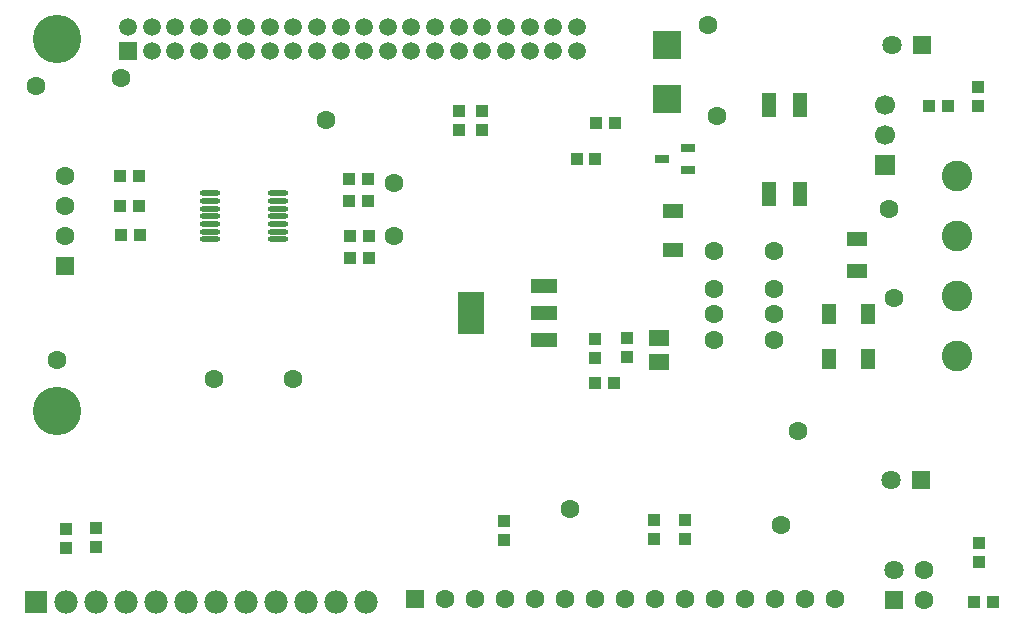
<source format=gts>
%FSTAX24Y24*%
%MOMM*%
%SFA1B1*%

%IPPOS*%
%ADD49R,2.299995X1.299997*%
%ADD50R,2.299995X3.599993*%
%ADD51R,1.799996X1.199998*%
%ADD52R,1.099998X1.049998*%
%ADD53R,1.049998X1.099998*%
%ADD54R,1.249998X0.699999*%
%ADD55O,1.799996X0.449999*%
%ADD56R,1.699997X1.369997*%
%ADD57R,1.749997X1.199998*%
%ADD58R,1.199998X1.749997*%
%ADD59R,1.299997X2.099996*%
%ADD60R,2.399995X2.399995*%
%ADD61C,1.979996*%
%ADD62R,1.979996X1.979996*%
%ADD63R,1.499997X1.499997*%
%ADD64C,1.499997*%
%ADD65R,1.599997X1.599997*%
%ADD66C,1.629997*%
%ADD67C,1.599997*%
%ADD68R,1.629997X1.629997*%
%ADD69R,1.599997X1.599997*%
%ADD70C,2.599995*%
%ADD71C,4.099992*%
%ADD72C,0.100000*%
%ADD73C,1.699997*%
%ADD74R,1.699997X1.699997*%
%LNgateway-1*%
%LPD*%
G54D49*
X467999Y260999D03*
Y283999D03*
Y306999D03*
G54D50*
X405999Y283999D03*
G54D51*
X732499Y346499D03*
Y319499D03*
G54D52*
X318999Y378799D03*
X302999D03*
Y397199D03*
X318999D03*
X319799Y329999D03*
X303799D03*
X303499Y349199D03*
X319499D03*
X108999Y399699D03*
X124999D03*
Y374499D03*
X108999D03*
X831799Y038799D03*
X847799D03*
X125499Y349999D03*
X109499D03*
X526699Y224199D03*
X510799D03*
X511699Y4445D03*
X527799D03*
X4953Y413999D03*
X511199D03*
X793799Y458799D03*
X809699D03*
G54D53*
X415299Y454699D03*
Y438799D03*
X586699Y092699D03*
Y108799D03*
X561199Y092699D03*
Y108799D03*
X836099Y088799D03*
Y072799D03*
X395799Y454699D03*
Y438799D03*
X835499Y458799D03*
Y474699D03*
X511199Y245799D03*
Y261699D03*
X537799Y262299D03*
Y246199D03*
X088499Y085499D03*
Y101499D03*
X062799Y084999D03*
Y100999D03*
X434199Y091799D03*
Y107699D03*
G54D54*
X567499Y414199D03*
X589999Y423799D03*
Y404699D03*
G54D55*
X242299Y345999D03*
Y352499D03*
Y358999D03*
Y365499D03*
Y371999D03*
Y378499D03*
Y384999D03*
X185199Y345999D03*
Y352499D03*
Y358999D03*
Y365499D03*
Y371999D03*
Y378499D03*
Y384999D03*
G54D56*
X565499Y242299D03*
Y262699D03*
G54D57*
X577199Y370299D03*
Y337199D03*
G54D58*
X742199Y245199D03*
X709299D03*
X742199Y283299D03*
X709299D03*
G54D59*
X684399Y459799D03*
Y384699D03*
X658299Y459799D03*
Y384699D03*
G54D60*
X571999Y465299D03*
Y510299D03*
G54D61*
X316999Y038799D03*
X291699D03*
X266199D03*
X240799D03*
X215499D03*
X189999D03*
X164699D03*
X139299D03*
X113899D03*
X088499D03*
X062999D03*
G54D62*
X037699Y038799D03*
G54D63*
X115499Y505499D03*
G54D64*
X115499Y525499D03*
X135499Y505499D03*
Y525499D03*
X155499Y505499D03*
Y525499D03*
X175499Y505499D03*
Y525499D03*
X195499Y505499D03*
Y525499D03*
X215499Y505499D03*
Y525499D03*
X235499Y505499D03*
Y525499D03*
X255499Y505499D03*
Y525499D03*
X275499Y505499D03*
Y525499D03*
X295499Y505499D03*
Y525499D03*
X315499Y505499D03*
Y525499D03*
X335499Y505499D03*
Y525499D03*
X355499Y505499D03*
Y525499D03*
X375499Y505499D03*
Y525499D03*
X395499Y505499D03*
Y525499D03*
X415499Y505499D03*
Y525499D03*
X435499Y505499D03*
Y525499D03*
X455499Y505499D03*
Y525499D03*
X475499Y505499D03*
Y525499D03*
X495499Y505499D03*
Y525499D03*
G54D65*
X763899Y040499D03*
X358099Y041199D03*
G54D66*
X763899Y065899D03*
X761599Y142299D03*
X762799Y510299D03*
G54D67*
X789299Y040499D03*
Y065899D03*
X611699Y336499D03*
Y304499D03*
Y282499D03*
Y260499D03*
X662499D03*
Y282499D03*
Y304499D03*
Y336499D03*
X062499Y400099D03*
Y374699D03*
Y349199D03*
X713699Y041199D03*
X688299D03*
X662899D03*
X637499D03*
X612099D03*
X586699D03*
X561299D03*
X535899D03*
X510499D03*
X485099D03*
X459699D03*
X434299D03*
X408899D03*
X383499D03*
X613799Y450299D03*
X037799Y476199D03*
X682799Y183999D03*
X668499Y104299D03*
X489999Y117499D03*
X255199Y227999D03*
X187999Y227699D03*
X109499Y482999D03*
X340799Y393499D03*
Y349199D03*
X606699Y527199D03*
X055499Y243799D03*
X282999Y447199D03*
X759499Y371999D03*
X763799Y296499D03*
G54D68*
X786999Y142299D03*
X788199Y510299D03*
G54D69*
X062499Y323799D03*
G54D70*
X817799Y247499D03*
Y298299D03*
Y399799D03*
Y348999D03*
G54D71*
X055499Y515499D03*
Y200499D03*
G54D72*
X8255Y515499D03*
Y200499D03*
G54D73*
X756799Y459699D03*
Y434399D03*
G54D74*
X756799Y408999D03*
M02*
</source>
